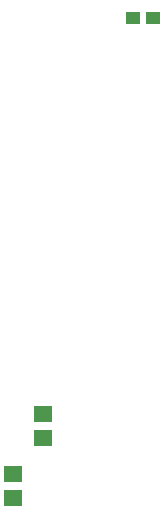
<source format=gtp>
G04 MADE WITH FRITZING*
G04 WWW.FRITZING.ORG*
G04 DOUBLE SIDED*
G04 HOLES PLATED*
G04 CONTOUR ON CENTER OF CONTOUR VECTOR*
%ASAXBY*%
%FSLAX23Y23*%
%MOIN*%
%OFA0B0*%
%SFA1.0B1.0*%
%ADD10R,0.047244X0.043307*%
%ADD11R,0.059055X0.055118*%
%LNPASTEMASK1*%
G90*
G70*
G54D10*
X596Y1752D03*
X529Y1752D03*
G54D11*
X229Y433D03*
X229Y352D03*
X129Y233D03*
X129Y152D03*
G04 End of PasteMask1*
M02*
</source>
